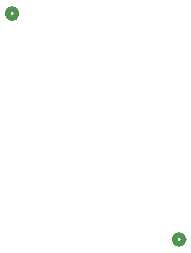
<source format=gbr>
%TF.GenerationSoftware,KiCad,Pcbnew,8.0.2-8.0.2-0~ubuntu22.04.1*%
%TF.CreationDate,2024-05-20T21:53:09+02:00*%
%TF.ProjectId,qclock,71636c6f-636b-42e6-9b69-6361645f7063,rev?*%
%TF.SameCoordinates,Original*%
%TF.FileFunction,Legend,Bot*%
%TF.FilePolarity,Positive*%
%FSLAX46Y46*%
G04 Gerber Fmt 4.6, Leading zero omitted, Abs format (unit mm)*
G04 Created by KiCad (PCBNEW 8.0.2-8.0.2-0~ubuntu22.04.1) date 2024-05-20 21:53:09*
%MOMM*%
%LPD*%
G01*
G04 APERTURE LIST*
%ADD10C,0.508000*%
G04 APERTURE END LIST*
D10*
%TO.C,J3*%
X170385600Y-92114800D02*
G75*
G02*
X169623600Y-92114800I-381000J0D01*
G01*
X169623600Y-92114800D02*
G75*
G02*
X170385600Y-92114800I381000J0D01*
G01*
%TO.C,SW1*%
X156245800Y-72995400D02*
G75*
G02*
X155483800Y-72995400I-381000J0D01*
G01*
X155483800Y-72995400D02*
G75*
G02*
X156245800Y-72995400I381000J0D01*
G01*
%TD*%
M02*

</source>
